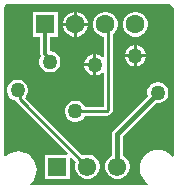
<source format=gbl>
G04*
G04 #@! TF.GenerationSoftware,Altium Limited,Altium Designer,21.2.0 (30)*
G04*
G04 Layer_Physical_Order=2*
G04 Layer_Color=16711680*
%FSLAX24Y24*%
%MOIN*%
G70*
G04*
G04 #@! TF.SameCoordinates,F2F7C35C-2EFF-4099-9E54-F5DBC4FB75ED*
G04*
G04*
G04 #@! TF.FilePolarity,Positive*
G04*
G01*
G75*
%ADD30C,0.0090*%
%ADD32C,0.0130*%
%ADD34C,0.0150*%
%ADD35C,0.0610*%
%ADD36R,0.0610X0.0610*%
%ADD37C,0.0630*%
%ADD38R,0.0630X0.0630*%
%ADD39C,0.0500*%
G36*
X34466Y22710D02*
X34523Y22673D01*
X34560Y22616D01*
X34573Y22552D01*
X34573Y22550D01*
Y17655D01*
X34523Y17637D01*
X34484Y17684D01*
X34391Y17760D01*
X34285Y17817D01*
X34170Y17852D01*
X34050Y17864D01*
X33930Y17852D01*
X33815Y17817D01*
X33709Y17760D01*
X33616Y17684D01*
X33540Y17591D01*
X33483Y17485D01*
X33448Y17370D01*
X33436Y17250D01*
X33448Y17130D01*
X33483Y17015D01*
X33540Y16909D01*
X33616Y16816D01*
X33709Y16740D01*
X33732Y16727D01*
X33719Y16677D01*
X29805D01*
X29787Y16727D01*
X29834Y16766D01*
X29910Y16859D01*
X29967Y16965D01*
X30002Y17080D01*
X30014Y17200D01*
X30002Y17320D01*
X29967Y17435D01*
X29910Y17541D01*
X29834Y17634D01*
X29741Y17710D01*
X29635Y17767D01*
X29520Y17802D01*
X29400Y17814D01*
X29280Y17802D01*
X29165Y17767D01*
X29059Y17710D01*
X28977Y17644D01*
X28927Y17660D01*
Y22600D01*
X28928D01*
X28937Y22647D01*
X28963Y22687D01*
X29003Y22713D01*
X29050Y22722D01*
Y22723D01*
X34400D01*
X34402Y22723D01*
X34466Y22710D01*
D02*
G37*
%LPC*%
G36*
X31355Y22465D02*
X31350D01*
Y22100D01*
X31715D01*
Y22105D01*
X31687Y22210D01*
X31632Y22305D01*
X31555Y22382D01*
X31460Y22437D01*
X31355Y22465D01*
D02*
G37*
G36*
X31250D02*
X31245D01*
X31140Y22437D01*
X31045Y22382D01*
X30968Y22305D01*
X30913Y22210D01*
X30885Y22105D01*
Y22100D01*
X31250D01*
Y22465D01*
D02*
G37*
G36*
X33355D02*
X33245D01*
X33140Y22437D01*
X33045Y22382D01*
X32968Y22305D01*
X32913Y22210D01*
X32885Y22105D01*
Y21995D01*
X32913Y21890D01*
X32968Y21795D01*
X33045Y21718D01*
X33140Y21663D01*
X33245Y21635D01*
X33355D01*
X33460Y21663D01*
X33555Y21718D01*
X33632Y21795D01*
X33687Y21890D01*
X33715Y21995D01*
Y22105D01*
X33687Y22210D01*
X33632Y22305D01*
X33555Y22382D01*
X33460Y22437D01*
X33355Y22465D01*
D02*
G37*
G36*
X31715Y22000D02*
X31350D01*
Y21635D01*
X31355D01*
X31460Y21663D01*
X31555Y21718D01*
X31632Y21795D01*
X31687Y21890D01*
X31715Y21995D01*
Y22000D01*
D02*
G37*
G36*
X31250D02*
X30885D01*
Y21995D01*
X30913Y21890D01*
X30968Y21795D01*
X31045Y21718D01*
X31140Y21663D01*
X31245Y21635D01*
X31250D01*
Y22000D01*
D02*
G37*
G36*
X33350Y21349D02*
Y21050D01*
X33649D01*
X33626Y21135D01*
X33580Y21215D01*
X33515Y21280D01*
X33435Y21326D01*
X33350Y21349D01*
D02*
G37*
G36*
X33250D02*
X33165Y21326D01*
X33085Y21280D01*
X33020Y21215D01*
X32974Y21135D01*
X32951Y21050D01*
X33250D01*
Y21349D01*
D02*
G37*
G36*
X32355Y22465D02*
X32245D01*
X32140Y22437D01*
X32045Y22382D01*
X31968Y22305D01*
X31913Y22210D01*
X31885Y22105D01*
Y21995D01*
X31913Y21890D01*
X31968Y21795D01*
X32045Y21718D01*
X32140Y21663D01*
X32245Y21635D01*
X32252D01*
Y20964D01*
X32202Y20943D01*
X32165Y20980D01*
X32085Y21026D01*
X32000Y21049D01*
Y20700D01*
Y20351D01*
X32085Y20374D01*
X32165Y20420D01*
X32202Y20457D01*
X32252Y20436D01*
Y19298D01*
X31619D01*
X31580Y19365D01*
X31515Y19430D01*
X31435Y19476D01*
X31346Y19500D01*
X31254D01*
X31165Y19476D01*
X31085Y19430D01*
X31020Y19365D01*
X30974Y19285D01*
X30950Y19196D01*
Y19104D01*
X30974Y19015D01*
X31020Y18935D01*
X31085Y18870D01*
X31165Y18824D01*
X31254Y18800D01*
X31346D01*
X31435Y18824D01*
X31515Y18870D01*
X31580Y18935D01*
X31619Y19002D01*
X32347D01*
X32404Y19013D01*
X32452Y19045D01*
X32505Y19098D01*
X32537Y19146D01*
X32548Y19203D01*
Y21714D01*
X32555Y21718D01*
X32632Y21795D01*
X32687Y21890D01*
X32715Y21995D01*
Y22105D01*
X32687Y22210D01*
X32632Y22305D01*
X32555Y22382D01*
X32460Y22437D01*
X32355Y22465D01*
D02*
G37*
G36*
X31900Y21049D02*
X31815Y21026D01*
X31735Y20980D01*
X31670Y20915D01*
X31624Y20835D01*
X31601Y20750D01*
X31900D01*
Y21049D01*
D02*
G37*
G36*
X33649Y20950D02*
X33350D01*
Y20651D01*
X33435Y20674D01*
X33515Y20720D01*
X33580Y20785D01*
X33626Y20865D01*
X33649Y20950D01*
D02*
G37*
G36*
X33250D02*
X32951D01*
X32974Y20865D01*
X33020Y20785D01*
X33085Y20720D01*
X33165Y20674D01*
X33250Y20651D01*
Y20950D01*
D02*
G37*
G36*
X30715Y22465D02*
X29885D01*
Y21635D01*
X30132D01*
Y21050D01*
X30145Y20986D01*
X30149Y20979D01*
X30124Y20935D01*
X30100Y20846D01*
Y20754D01*
X30124Y20665D01*
X30170Y20585D01*
X30235Y20520D01*
X30315Y20474D01*
X30404Y20450D01*
X30496D01*
X30585Y20474D01*
X30665Y20520D01*
X30730Y20585D01*
X30776Y20665D01*
X30800Y20754D01*
Y20846D01*
X30776Y20935D01*
X30730Y21015D01*
X30665Y21080D01*
X30585Y21126D01*
X30496Y21150D01*
X30468D01*
Y21635D01*
X30715D01*
Y22465D01*
D02*
G37*
G36*
X31900Y20650D02*
X31601D01*
X31624Y20565D01*
X31670Y20485D01*
X31735Y20420D01*
X31815Y20374D01*
X31900Y20351D01*
Y20650D01*
D02*
G37*
G36*
X34096Y20125D02*
X34004D01*
X33915Y20101D01*
X33835Y20055D01*
X33770Y19990D01*
X33724Y19910D01*
X33700Y19821D01*
Y19729D01*
X33716Y19669D01*
X32574Y18526D01*
X32535Y18468D01*
X32522Y18400D01*
Y17665D01*
X32451Y17624D01*
X32376Y17549D01*
X32322Y17456D01*
X32295Y17353D01*
Y17247D01*
X32322Y17144D01*
X32376Y17051D01*
X32451Y16976D01*
X32544Y16922D01*
X32647Y16895D01*
X32753D01*
X32856Y16922D01*
X32949Y16976D01*
X33024Y17051D01*
X33078Y17144D01*
X33105Y17247D01*
Y17353D01*
X33078Y17456D01*
X33024Y17549D01*
X32949Y17624D01*
X32878Y17665D01*
Y18326D01*
X33983Y19431D01*
X34004Y19425D01*
X34096D01*
X34185Y19449D01*
X34265Y19495D01*
X34330Y19560D01*
X34376Y19640D01*
X34400Y19729D01*
Y19821D01*
X34376Y19910D01*
X34330Y19990D01*
X34265Y20055D01*
X34185Y20101D01*
X34096Y20125D01*
D02*
G37*
G36*
X29421Y20200D02*
X29329D01*
X29240Y20176D01*
X29160Y20130D01*
X29095Y20065D01*
X29049Y19985D01*
X29025Y19896D01*
Y19804D01*
X29049Y19715D01*
X29095Y19635D01*
X29160Y19570D01*
X29240Y19524D01*
X29314Y19504D01*
X29317Y19490D01*
X29349Y19442D01*
X31040Y17751D01*
X31020Y17705D01*
X30295D01*
Y16895D01*
X31105D01*
Y17620D01*
X31151Y17640D01*
X31327Y17464D01*
X31322Y17456D01*
X31295Y17353D01*
Y17247D01*
X31322Y17144D01*
X31376Y17051D01*
X31451Y16976D01*
X31544Y16922D01*
X31647Y16895D01*
X31753D01*
X31856Y16922D01*
X31949Y16976D01*
X32024Y17051D01*
X32078Y17144D01*
X32105Y17247D01*
Y17353D01*
X32078Y17456D01*
X32024Y17549D01*
X31949Y17624D01*
X31856Y17678D01*
X31753Y17705D01*
X31647D01*
X31544Y17678D01*
X31536Y17673D01*
X29615Y19595D01*
X29655Y19635D01*
X29701Y19715D01*
X29725Y19804D01*
Y19896D01*
X29701Y19985D01*
X29655Y20065D01*
X29590Y20130D01*
X29510Y20176D01*
X29421Y20200D01*
D02*
G37*
%LPD*%
D30*
X29375Y19850D02*
X29453Y19772D01*
Y19547D02*
Y19772D01*
Y19547D02*
X31700Y17300D01*
X32400Y19203D02*
Y21950D01*
X31300Y19150D02*
X32347D01*
X32300Y22050D02*
X32400Y21950D01*
X32347Y19150D02*
X32400Y19203D01*
D32*
X30300Y21050D02*
Y22050D01*
Y21050D02*
X30450Y20900D01*
Y20800D02*
Y20900D01*
D34*
X32700Y18400D02*
X34050Y19750D01*
Y19775D01*
X32700Y17300D02*
Y18400D01*
D35*
Y17300D02*
D03*
X31700D02*
D03*
D36*
X30700D02*
D03*
D37*
X33300Y22050D02*
D03*
X32300D02*
D03*
X31300D02*
D03*
D38*
X30300D02*
D03*
D39*
X34050Y19775D02*
D03*
X33300Y21000D02*
D03*
X29375Y19850D02*
D03*
X30450Y20800D02*
D03*
X31950Y20700D02*
D03*
X31300Y19150D02*
D03*
M02*

</source>
